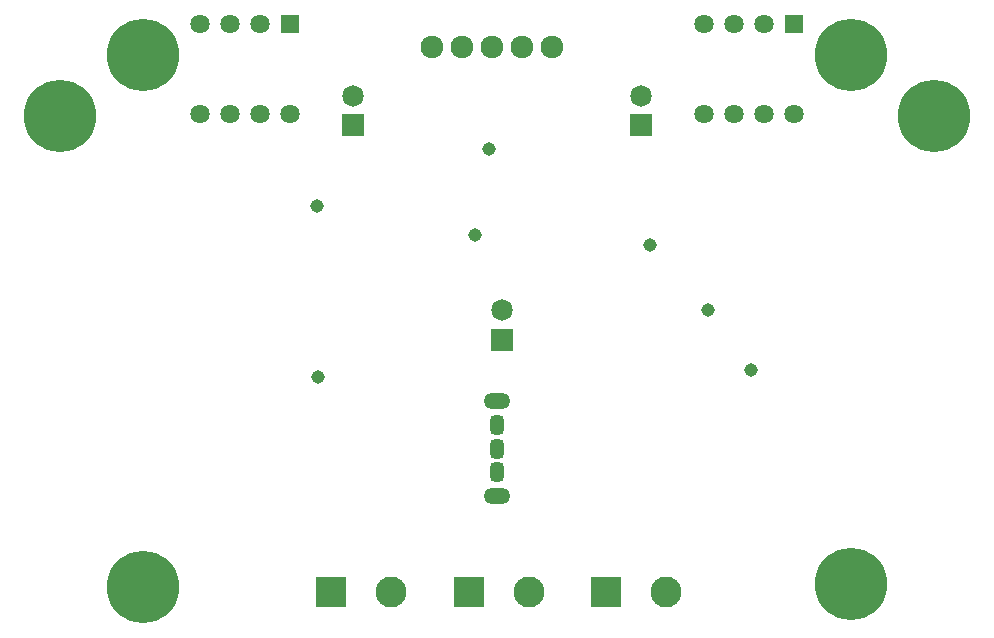
<source format=gbs>
G04*
G04 #@! TF.GenerationSoftware,Altium Limited,Altium Designer,18.1.4 (159)*
G04*
G04 Layer_Color=16711935*
%FSLAX24Y24*%
%MOIN*%
G70*
G01*
G75*
%ADD39C,0.0719*%
%ADD40R,0.0719X0.0719*%
%ADD41R,0.0641X0.0641*%
%ADD42C,0.0641*%
%ADD43C,0.0759*%
%ADD44O,0.0877X0.0522*%
G04:AMPARAMS|DCode=45|XSize=64.1mil|YSize=44.4mil|CornerRadius=12.3mil|HoleSize=0mil|Usage=FLASHONLY|Rotation=270.000|XOffset=0mil|YOffset=0mil|HoleType=Round|Shape=RoundedRectangle|*
%AMROUNDEDRECTD45*
21,1,0.0641,0.0197,0,0,270.0*
21,1,0.0394,0.0444,0,0,270.0*
1,1,0.0247,-0.0098,-0.0197*
1,1,0.0247,-0.0098,0.0197*
1,1,0.0247,0.0098,0.0197*
1,1,0.0247,0.0098,-0.0197*
%
%ADD45ROUNDEDRECTD45*%
%ADD46C,0.1034*%
%ADD47R,0.1034X0.1034*%
%ADD48C,0.0450*%
%ADD49C,0.2412*%
D39*
X171Y10792D02*
D03*
X-4800Y17942D02*
D03*
X4800D02*
D03*
D40*
X171Y9808D02*
D03*
X-4800Y16958D02*
D03*
X4800D02*
D03*
D41*
X-6900Y20323D02*
D03*
X9904D02*
D03*
D42*
X-7900D02*
D03*
X-8900D02*
D03*
X-9900D02*
D03*
X-6900Y17323D02*
D03*
X-7900D02*
D03*
X-8900D02*
D03*
X-9900D02*
D03*
X8904Y20323D02*
D03*
X7904D02*
D03*
X6904D02*
D03*
X9904Y17323D02*
D03*
X8904D02*
D03*
X7904D02*
D03*
X6904D02*
D03*
D43*
X-150Y19550D02*
D03*
X-1150D02*
D03*
X-2150D02*
D03*
X850D02*
D03*
X1850D02*
D03*
D44*
X0Y4600D02*
D03*
Y7750D02*
D03*
D45*
Y5388D02*
D03*
Y6175D02*
D03*
Y6963D02*
D03*
D46*
X-3528Y1400D02*
D03*
X1061D02*
D03*
X5650D02*
D03*
D47*
X-5528D02*
D03*
X-939D02*
D03*
X3650D02*
D03*
D48*
X5100Y12950D02*
D03*
X7050Y10792D02*
D03*
X-6000Y14250D02*
D03*
X-720Y13284D02*
D03*
X-250Y16150D02*
D03*
X8461Y8800D02*
D03*
X-5955Y8550D02*
D03*
D49*
X-14567Y17248D02*
D03*
X14567D02*
D03*
D03*
X11811Y19291D02*
D03*
Y1650D02*
D03*
X-11811Y1575D02*
D03*
Y19291D02*
D03*
M02*

</source>
